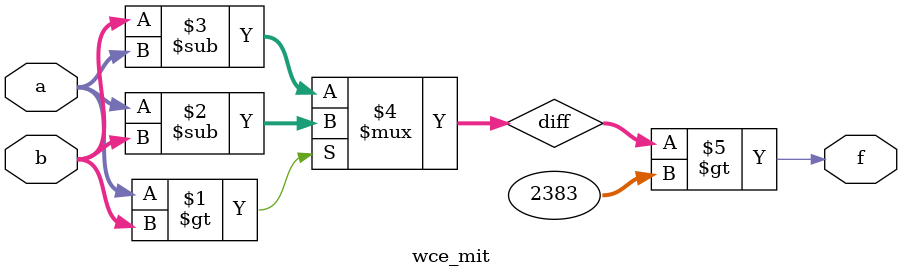
<source format=v>
module wce_mit(a, b, f);
parameter _bit = 16;
parameter wce = 2383;
input [_bit - 1: 0] a;
input [_bit - 1: 0] b;
output f;
wire [_bit - 1: 0] diff;
assign diff = (a > b)? (a - b): (b - a);
assign f = (diff > wce);
endmodule

</source>
